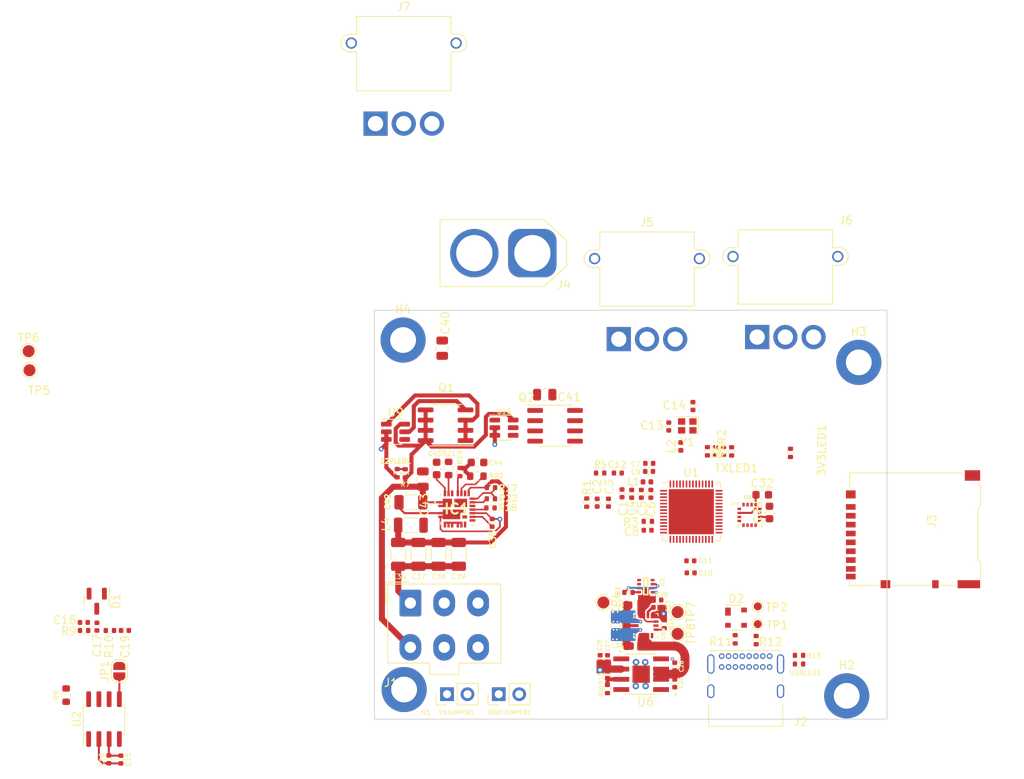
<source format=kicad_pcb>
(kicad_pcb (version 20211014) (generator pcbnew)
  (layers (0 "F.Cu" signal) (1 "In1.Cu" signal) (2 "In2.Cu" signal) (31 "B.Cu" signal) (34 "B.Paste" user) (35 "F.Paste" user) (36 "B.SilkS" user "B.Silkscreen") (37 "F.SilkS" user "F.Silkscreen") (38 "B.Mask" user) (39 "F.Mask" user) (44 "Edge.Cuts" user))
  (net 0 "")
  (net 1 "GND")
  (net 2 "Net-(3V3LED1-Pad2)")
  (net 3 "Net-(12VLED1-Pad2)")
  (net 4 "/BOOT")
  (net 5 "+3V3")
  (net 6 "/CHIP_PU")
  (net 7 "Net-(C6-Pad1)")
  (net 8 "Net-(C12-Pad1)")
  (net 9 "Net-(C12-Pad2)")
  (net 10 "Net-(C13-Pad1)")
  (net 11 "Net-(C14-Pad1)")
  (net 12 "Net-(C17-Pad1)")
  (net 13 "/CAN+")
  (net 14 "/CAN-")
  (net 15 "VBUS")
  (net 16 "/Data-")
  (net 17 "/Data+")
  (net 18 "RBUS_uC_V")
  (net 19 "+12V")
  (net 20 "Net-(J2-PadA5)")
  (net 22 "Net-(J2-PadB5)")
  (net 24 "/CAN-BUS/Vref")
  (net 25 "Net-(L2-Pad1)")
  (net 26 "Net-(R2-Pad2)")
  (net 27 "/TXD")
  (net 28 "Net-(R6-Pad2)")
  (net 29 "Net-(R8-Pad1)")
  (net 30 "Net-(R13-Pad2)")
  (net 58 "Net-(C29-Pad1)")
  (net 59 "/comps/VDRV")
  (net 60 "/SERVO_PWR")
  (net 61 "GNDA")
  (net 62 "Net-(C44-Pad1)")
  (net 63 "Net-(C45-Pad1)")
  (net 70 "/CAN_TX")
  (net 71 "/CAN_RX")
  (net 72 "Net-(C45-Pad2)")
  (net 74 "/comps/SW")
  (net 77 "/comps/FB1")
  (net 78 "/Power/BBIN")
  (net 79 "/Power/BIAS")
  (net 80 "/Power/BBOUT")
  (net 81 "/Power/LX1")
  (net 82 "/Power/LX2")
  (net 83 "/Power/SEL")
  (net 84 "/Power/FBIn")
  (net 85 "/comps/EN")
  (net 86 "/comps/MODE2_1")
  (net 87 "/comps/MODE1_1")
  (net 88 "Net-(IC1-Pad23)")
  (net 93 "/SD_CS")
  (net 94 "/SPI_MOSI")
  (net 95 "/SPI_CLK")
  (net 96 "/SPI_MISO")
  (net 98 "Net-(J4-Pad1)")
  (net 99 "/SERVO_SGNL1")
  (net 100 "/SERVO_SGNL2")
  (net 101 "/SERVO_SGNL3")
  (net 102 "/comps/RBUS_16V")
  (net 103 "Net-(Q1-Pad4)")
  (net 104 "Net-(Q2-Pad4)")
  (net 105 "/comps/PGOOD")
  (net 106 "/IMU_CS")
  (net 107 "/MAG_CS")
  (net 108 "Net-(R23-Pad2)")
  (footprint "Capacitor_SMD:C_0402_1005Metric" (layer "F.Cu") (at 133.52 87.75 -90)
    (fp_text reference "C13")
    (fp_text value "C")
  )
  (footprint "TestPoint:TestPoint_Pad_D1.5mm" (layer "F.Cu") (at 54.21 80.77)
    (fp_text reference "TP5")
    (fp_text value "TestPoint")
  )
  (footprint "Capacitor_SMD:C_0402_1005Metric" (layer "F.Cu") (at 130.9 100.63 180)
    (fp_text reference "C8")
    (fp_text value "0.1uF")
  )
  (footprint "Inductor_SMD:L_0402_1005Metric" (layer "F.Cu") (at 130.815 94.63)
    (fp_text reference "L1")
    (fp_text value "2.0nH")
  )
  (footprint "Capacitor_SMD:C_0402_1005Metric" (layer "F.Cu") (at 111.61 99.71 90)
    (fp_text reference "C35")
    (fp_text value "4.7uF")
  )
  (footprint "Inductor_SMD:L_1206_3216Metric" (layer "F.Cu") (at 101.525 100.01 180)
    (fp_text reference "L4")
    (fp_text value "1.5uH")
  )
  (footprint "Resistor_SMD:R_0402_1005Metric" (layer "F.Cu") (at 125.01 93.53)
    (fp_text reference "R5")
    (fp_text value "47.5")
  )
  (footprint "Capacitor_SMD:C_0805_2012Metric" (layer "F.Cu") (at 103.01 94.28 90)
    (fp_text reference "C43")
    (fp_text value "100nF")
  )
  (footprint "Capacitor_SMD:C_0603_1608Metric" (layer "F.Cu") (at 109.79 92.22)
    (fp_text reference "C44")
    (fp_text value "1uF")
  )
  (footprint "iclr:PQFN50P300X300X100-16N" (layer "F.Cu") (at 143.5465 98.73)
    (fp_text reference "U8")
    (fp_text value "MMC5983MA")
  )
  (footprint "Capacitor_SMD:C_0603_1608Metric" (layer "F.Cu") (at 145.12 96.23)
    (fp_text reference "C32")
    (fp_text value "1uF")
  )
  (footprint "Capacitor_SMD:C_1206_3216Metric" (layer "F.Cu") (at 99.96 103.625 -90)
    (fp_text reference "C36")
    (fp_text value "47uF")
  )
  (footprint "Resistor_SMD:R_0603_1608Metric" (layer "F.Cu") (at 109.715 93.92)
    (fp_text reference "R20")
    (fp_text value "499k")
  )
  (footprint "iclr:SIC437DEDT1GE3" (layer "F.Cu") (at 107.222 97.991)
    (fp_text reference "IC1")
    (fp_text value "SIC437DED-T1-GE3" hide)
  )
  (footprint "Jumper:SolderJumper-2_P1.3mm_Open_RoundedPad1.0x1.5mm" (layer "F.Cu") (at 65.35 118.13 90)
    (fp_text reference "JP1")
    (fp_text value "TermJP")
  )
  (footprint "iclr:CONV_MAX77827AEFD+T" (layer "F.Cu") (at 130.695 112.477926 180)
    (fp_text reference "U5")
    (fp_text value "MAX77827AEFD+T")
  )
  (footprint "Capacitor_SMD:C_0402_1005Metric" (layer "F.Cu") (at 131.1 92.33 180)
    (fp_text reference "C7")
    (fp_text value "1uF")
  )
  (footprint "Resistor_SMD:R_0402_1005Metric" (layer "F.Cu") (at 123.34 97.2 -90)
    (fp_text reference "R1")
    (fp_text value "10K")
  )
  (footprint "Capacitor_SMD:C_0805_2012Metric" (layer "F.Cu") (at 105.41 78.03 90)
    (fp_text reference "C40")
    (fp_text value "106uF")
  )
  (footprint "iclr:SOIC127P599X175-9N" (layer "F.Cu") (at 130.096186 118.504508 180)
    (fp_text reference "U6")
    (fp_text value "SC4215")
  )
  (footprint "Package_SO:SOIC-8_3.9x4.9mm_P1.27mm" (layer "F.Cu") (at 105.83 87.595 180)
    (fp_text reference "Q1")
    (fp_text value "SI4143DY-T1-GE3")
  )
  (footprint "Capacitor_SMD:C_0402_1005Metric" (layer "F.Cu") (at 131.3 96.11 -90)
    (fp_text reference "C6")
    (fp_text value "0.1uF")
  )
  (footprint "Resistor_SMD:R_0402_1005Metric" (layer "F.Cu") (at 100.83 93.57 90)
    (fp_text reference "R7")
    (fp_text value "3k")
  )
  (footprint "TestPoint:TestPoint_Pad_D1.0mm" (layer "F.Cu") (at 144.565 110.085)
    (fp_text reference "TP2")
    (fp_text value "TestPoint")
  )
  (footprint "Resistor_SMD:R_0402_1005Metric" (layer "F.Cu") (at 140.32 90.82 -90)
    (fp_text reference "R2")
    (fp_text value "470")
  )
  (footprint "Package_TO_SOT_SMD:SOT-23" (layer "F.Cu") (at 62.55 109.4425 -90)
    (fp_text reference "D1")
    (fp_text value "SM712_SOT23")
  )
  (footprint "Capacitor_SMD:C_1206_3216Metric" (layer "F.Cu") (at 101.525 97.16 180)
    (fp_text reference "C42")
    (fp_text value "22uF")
  )
  (footprint "Resistor_SMD:R_0402_1005Metric" (layer "F.Cu") (at 125.915 118.482285 -90)
    (fp_text reference "R15")
    (fp_text value "56k")
  )
  (footprint "MountingHole:MountingHole_3.2mm_M3_DIN965_Pad" (layer "F.Cu") (at 100.56 77.02)
    (fp_text reference "H4")
    (fp_text value "MountingHole_Pad")
  )
  (footprint "TestPoint:TestPoint_Pad_D1.5mm" (layer "F.Cu") (at 54.1 78.4)
    (fp_text reference "TP6")
    (fp_text value "TestPoint")
  )
  (footprint "Resistor_SMD:R_0402_1005Metric" (layer "F.Cu") (at 149.685 116.165)
    (fp_text reference "R13")
    (fp_text value "470")
  )
  (footprint "Resistor_SMD:R_0402_1005Metric" (layer "F.Cu") (at 128.523 108.355)
    (fp_text reference "R23")
    (fp_text value "10k")
  )
  (footprint "Capacitor_SMD:C_0402_1005Metric" (layer "F.Cu") (at 126.04 97.21 90)
    (fp_text reference "C3")
    (fp_text value "0.1uF")
  )
  (footprint "Package_TO_SOT_SMD:SOT-143" (layer "F.Cu") (at 141.865 111.485)
    (fp_text reference "D2")
    (fp_text value "SP0503BAHT")
  )
  (footprint "Connector_AMASS:AMASS_MR30PW-M_1x03_P3.50mm_Horizontal" (layer "F.Cu") (at 127.32 76.91)
    (fp_text reference "J5")
    (fp_text value "Conn_01x03_Male")
  )
  (footprint "TestPoint:TestPoint_Pad_D1.0mm" (layer "F.Cu") (at 144.565 112.285)
    (fp_text reference "TP1")
    (fp_text value "TestPoint")
  )
  (footprint "Resistor_SMD:R_0402_1005Metric" (layer "F.Cu") (at 138.32 90.83 -90)
    (fp_text reference "R6")
    (fp_text value "499")
  )
  (footprint "Capacitor_SMD:C_0402_1005Metric" (layer "F.Cu") (at 125.925 116.635 -90)
    (fp_text reference "C27")
    (fp_text value "10uF")
  )
  (footprint "MountingHole:MountingHole_3.2mm_M3_DIN965_Pad" (layer "F.Cu") (at 100.69 120.41)
    (fp_text reference "H1")
    (fp_text value "MountingHole_Pad")
  )
  (footprint "Capacitor_SMD:C_0805_2012Metric" (layer "F.Cu") (at 118.13 83.795 180)
    (fp_text reference "C41")
    (fp_text value "106uF")
  )
  (footprint "Package_SO:SOIC-8_3.9x4.9mm_P1.27mm" (layer "F.Cu") (at 63.45 124.08 90)
    (fp_text reference "U2")
    (fp_text value "SN65HVD230")
  )
  (footprint "Capacitor_SMD:C_0402_1005Metric" (layer "F.Cu") (at 60.95 112.08 180)
    (fp_text reference "C18")
    (fp_text value "220pF")
  )
  (footprint "Resistor_SMD:R_0402_1005Metric" (layer "F.Cu") (at 149.685 117.235)
    (fp_text reference "USBLED1")
    (fp_text value "USB_LED")
  )
  (footprint "Resistor_SMD:R_0402_1005Metric" (layer "F.Cu") (at 144.365 114.275 -90)
    (fp_text reference "R12")
    (fp_text value "5.1k")
  )
  (footprint "Resistor_SMD:R_0402_1005Metric" (layer "F.Cu") (at 130.92 99.53)
    (fp_text reference "R3")
    (fp_text value "10K")
  )
  (footprint "Resistor_SMD:R_0402_1005Metric" (layer "F.Cu") (at 148.62 91.03 -90)
    (fp_text reference "3V3LED1")
    (fp_text value "3V3LED")
  )
  (footprint "Capacitor_SMD:C_0402_1005Metric" (layer "F.Cu") (at 136.24 105.93)
    (fp_text reference "C10")
    (fp_text value "0.1uF")
  )
  (footprint "Capacitor_SMD:C_0402_1005Metric" (layer "F.Cu") (at 136.52 85.21 90)
    (fp_text reference "C14")
    (fp_text value "C")
  )
  (footprint "Capacitor_SMD:C_0402_1005Metric" (layer "F.Cu") (at 128.92 96.11 -90)
    (fp_text reference "C4")
    (fp_text value "1uF")
  )
  (footprint "Capacitor_SMD:C_0402_1005Metric" (layer "F.Cu") (at 131.08 93.33 180)
    (fp_text reference "C9")
    (fp_text value "10nF")
  )
  (footprint "Capacitor_SMD:C_0402_1005Metric" (layer "F.Cu") (at 64.05 129.08 -90)
    (fp_text reference "C16")
    (fp_text value "10uF")
  )
  (footprint "Capacitor_SMD:C_0402_1005Metric" (layer "F.Cu") (at 65.55 129.1 -90)
    (fp_text reference "C15")
    (fp_text value "100nF")
  )
  (footprint "Capacitor_SMD:C_0603_1608Metric" (layer "F.Cu") (at 129.327144 109.939377 180)
    (fp_text reference "C22")
    (fp_text value "10uF")
  )
  (footprint "Capacitor_SMD:C_1206_3216Metric" (layer "F.Cu") (at 107.46 103.625 -90)
    (fp_text reference "C39")
    (fp_text value "47uF")
  )
  (footprint "Inductor_SMD:L_0805_2012Metric" (layer "F.Cu") (at 126.947039 112.482566 -90)
    (fp_text reference "L3")
    (fp_text value "1uH")
  )
  (footprint "Resistor_SMD:R_0402_1005Metric" (layer "F.Cu") (at 139.32 90.84 -90)
    (fp_text reference "TXLED1")
    (fp_text value "TX_LED")
  )
  (footprint "Connector_PinHeader_2.54mm:PinHeader_1x02_P2.54mm_Vertical" (layer "F.Cu") (at 112.43 120.99 90)
    (fp_text reference "BOOTJUMPER1")
    (fp_text value "Conn_01x02_Male")
  )
  (footprint "Connector_AMASS:AMASS_XT60-M_1x02_P7.20mm_Vertical" (layer "F.Cu") (at 116.6 66.23 180)
    (fp_text reference "J4")
    (fp_text value "Conn_01x02_Male")
  )
  (footprint "TestPoint:TestPoint_Pad_D1.5mm" (layer "F.Cu") (at 134.615 113.5 -90)
    (fp_text reference "TP8")
    (fp_text value "TestPoint")
  )
  (footprint "Connector_USB:USB_C_Receptacle_GCT_USB4085" (layer "F.Cu") (at 140.09 116.26)
    (fp_text reference "J2")
    (fp_text value "USB_C_Receptacle_USB2.0")
  )
  (footprint "TestPoint:TestPoint_Pad_D1.5mm" (layer "F.Cu") (at 125.415 109.6 -90)
    (fp_text reference "TP4")
    (fp_text value "TestPoint")
  )
  (footprint "Resistor_SMD:R_0402_1005Metric" (layer "F.Cu") (at 132.965 112.295 90)
    (fp_text reference "R14")
    (fp_text value "14k")
  )
  (footprint "Resistor_SMD:R_0402_1005Metric" (layer "F.Cu") (at 125.915 120.342285 -90)
    (fp_text reference "R16")
    (fp_text value "10k")
  )
  (footprint "Connector_AMASS:AMASS_MR30PW-M_1x03_P3.50mm_Horizontal" (layer "F.Cu") (at 144.49 76.65)
    (fp_text reference "J6")
    (fp_text value "Conn_01x03_Male")
  )
  (footprint "Resistor_SMD:R_0402_1005Metric" (layer "F.Cu") (at 111.402 97.861 180)
    (fp_text reference "R18")
    (fp_text value "10k")
  )
  (footprint "Capacitor_SMD:C_0402_1005Metric" (layer "F.Cu") (at 130.12 96.11 -90)
    (fp_text reference "C5")
    (fp_text value "0.1uF")
  )
  (footprint "Capacitor_SMD:C_0603_1608Metric" (layer "F.Cu") (at 104.722 92.966 90)
    (fp_text reference "C45")
    (fp_text value "0.1uF")
  )
  (footprint "Resistor_SMD:R_0402_1005Metric" (layer "F.Cu") (at 111.46 95.34)
    (fp_text reference "R17")
    (fp_text value "45K")
  )
  (footprint "Capacitor_SMD:C_0402_1005Metric" (layer "F.Cu") (at 62.57 112.6 90)
    (fp_text reference "C17")
    (fp_text value "0.1uF")
  )
  (footprint "Capacitor_SMD:C_0402_1005Metric" (layer "F.Cu") (at 127.2 93.53)
    (fp_text reference "C12")
    (fp_text value "4.2pF")
  )
  (footprint "MountingHole:MountingHole_3.2mm_M3_DIN965_Pad" (layer "F.Cu") (at 155.6 121.19)
    (fp_text reference "H2")
    (fp_text value "MountingHole_Pad")
  )
  (footprint "Resistor_SMD:R_0402_1005Metric" (layer "F.Cu") (at 141.32 90.84 90)
    (fp_text reference "R4")
    (fp_text value "470")
  )
  (footprint "Capacitor_SMD:C_1206_3216Metric" (layer "F.Cu") (at 102.46 103.625 -90)
    (fp_text reference "C37")
    (fp_text value "47uF")
  )
  (footprint "iclr:SOTFL50P160X60-8N" (layer "F.Cu") (at 130.673 107.575 180)
    (fp_text reference "U3")
    (fp_text value "LM66200DRLR" hide)
  )
  (footprint "Connector_Card:microSD_HC_Hirose_DM3AT-SF-PEJM5" (layer "F.Cu") (at 163.83 100.51 90)
    (fp_text reference "J3")
    (fp_text value "Micro_SD_Card_Det")
  )
  (footprint "Capacitor_SMD:C_0603_1608Metric" (layer "F.Cu") (at 129.515 115.01 180)
    (fp_text reference "C24")
    (fp_text value "22uF")
  )
  (footprint "Capacitor_SMD:C_0402_1005Metric" (layer "F.Cu") (at 136.2 104.43)
    (fp_text reference "C11")
    (fp_text value "0.1uF")
  )
  (footprint "Package_TO_SOT_SMD:TSOT-23-6" (layer "F.Cu") (at 99.6175 88.41)
    (fp_text reference "U9")
    (fp_text value "LTC4412xS6")
  )
  (footprint "Capacitor_SMD:C_0402_1005Metric" (layer "F.Cu") (at 134.265 117.555 90)
    (fp_text reference "C26")
    (fp_text value "4.7uF")
  )
  (footprint "Package_SO:SOIC-8_3.9x4.9mm_P1.27mm" (layer "F.Cu") (at 119.415 87.665)
    (fp_text reference "Q2")
    (fp_text value "SI4143DY-T1-GE3")
  )
  (footprint "Capacitor_SMD:C_0402_1005Metric" (layer "F.Cu") (at 134.261186 119.634508 -90)
    (fp_text reference "C25")
    (fp_text value "10uF")
  )
  (footprint "Inductor_SMD:L_0402_1005Metric" (layer "F.Cu") (at 135.02 90.23 90)
    (fp_text reference "L2")
    (fp_text value "20nH")
  )
  (footprint "TestPoint:TestPoint_Pad_D1.5mm" (layer "F.Cu") (at 134.615 110.8 -90)
    (fp_text reference "TP7")
    (fp_text value "TestPoint")
  )
  (footprint "MountingHole:MountingHole_3.2mm_M3_DIN965_Pad" (layer "F.Cu") (at 157.1 79.79)
    (fp_text reference "H3")
    (fp_text value "MountingHole_Pad")
  )
  (footprint "Capacitor_SMD:C_0402_1005Metric" (layer "F.Cu") (at 66.05 113.08 180)
    (fp_text reference "C19")
    (fp_text value "220pF")
  )
  (footprint "Capacitor_SMD:C_0402_1005Metric" (layer "F.Cu") (at 132.105 110.215)
    (fp_text reference "C23")
    (fp_text value "1uF")
  )
  (footprint "Package_DFN_QFN:QFN-56-1EP_7x7mm_P0.4mm_EP5.6x5.6mm" (layer "F.Cu") (at 136.32 98.33)
    (fp_text reference "U1")
    (fp_text value "ESP32-S3")
  )
  (footprint "Connector_PinHeader_2.54mm:PinHeader_1x02_P2.54mm_Vertical" (layer "F.Cu") (at 106.01 120.99 90)
    (fp_text reference "ENJUMPER1")
    (fp_text value "Conn_01x02_Male")
  )
  (footprint "Resistor_SMD:R_0402_1005Metric" (layer "F.Cu") (at 99.83 93.55 90)
    (fp_text reference "12VLED1")
    (fp_text value "12V_LED")
  )
  (footprint "Resistor_SMD:R_0402_1005Metric" (layer "F.Cu") (at 60.98 113.08)
    (fp_text reference "R9")
    (fp_text value "60")
  )
  (footprint "Package_TO_SOT_SMD:TSOT-23-6" (layer "F.Cu") (at 113.08 87.9)
    (fp_text reference "U10")
    (fp_text value "LTC4412xS6")
  )
  (footprint "Resistor_SMD:R_0402_1005Metric" (layer "F.Cu") (at 141.765 114.175 90)
    (fp_text reference "R11")
    (fp_text value "5.1k")
  )
  (footprint "Capacitor_SMD:C_0402_1005Metric" (layer "F.Cu") (at 124.64 97.21 90)
    (fp_text reference "C2")
    (fp_text value "1uF")
  )
  (footprint "Resistor_SMD:R_0402_1005Metric" (layer "F.Cu") (at 111.45 96.73 180)
    (fp_text reference "R22")
    (fp_text value "10k")
  )
  (footprint "Capacitor_SMD:C_0402_1005Metric" (layer "F.Cu") (at 132.105 109.295)
    (fp_text reference "C20")
    (fp_text value "10uF")
  )
  (footprint "Resistor_SMD:R_0402_1005Metric" (layer "F.Cu") (at 107.61 93.405 90)
    (fp_text reference "R19")
    (fp_text value "100k")
  )
  (footprint "Resistor_SMD:R_0603_1608Metric" (layer "F.Cu") (at 106.21 92.965 90)
    (fp_text reference "R21")
    (fp_text value "2.2")
  )
  (footprint "Capacitor_SMD:C_0603_1608Metric" (layer "F.Cu") (at 146.02 98.43 90)
    (fp_text reference "C29")
    (fp_text value "10uF")
  )
  (footprint "Resistor_SMD:R_0402_1005Metric" (layer "F.Cu") (at 64.18 113.08)
    (fp_text reference "R10")
    (fp_text value "60")
  )
  (footprint "Capacitor_SMD:C_1206_3216Metric" (layer "F.Cu") (at 104.96 103.625 -90)
    (fp_text reference "C38")
    (fp_text value "47uF")
  )
  (footprint "Crystal:Crystal_SMD_2016-4Pin_2.0x1.6mm" (layer "F.Cu") (at 135.82 87.68 180)
    (fp_text reference "Y1")
    (fp_text value "40MHz±10ppm")
  )
  (footprint "Capacitor_SMD:C_0402_1005Metric" (layer "F.Cu") (at 127.72 96.05 -90)
    (fp_text reference "C1")
    (fp_text value "10uF")
  )
  (footprint "Connector_Molex:Molex_Mini-Fit_Jr_5566-06A_2x03_P4.20mm_Vertical" (layer "F.Cu") (at 101.46 109.67)
    (fp_text reference "J1")
    (fp_text value "RBUS")
  )
  (footprint "Connector_AMASS:AMASS_MR30PW-M_1x03_P3.50mm_Horizontal" (layer "F.Cu") (at 97.14 50.15)
    (fp_text reference "J7")
    (fp_text value "Conn_01x03_Male")
  )
  (footprint "Capacitor_SMD:C_0402_1005Metric" (layer "F.Cu") (at 125.005 116.635 -90)
    (fp_text reference "C28")
    (fp_text value "0.1uF")
  )
  (footprint "Resistor_SMD:R_0603_1608Metric" (layer "F.Cu") (at 58.75 121.1 -90)
    (fp_text reference "R8")
    (fp_text value "0")
  )
  (gr_rect (start 97 73.32) (end 160.6 124.09) (layer "Edge.Cuts") (width 0.1) (fill none))
  (segment (start 98.48 89.36) (end 98.48 89.91) (width 0.5) (layer "F.Cu") (net 1))
  (segment (start 100.05 97.16) (end 100.22 96.99) (width 0.25) (layer "F.Cu") (net 1))
  (segment (start 63.31 129.56) (end 64.05 129.56) (width 0.25) (layer "F.Cu") (net 1))
  (segment (start 98.48 88.41) (end 98.48 89.91) (width 0.5) (layer "F.Cu") (net 1))
  (segment (start 100.735 98.515) (end 100.05 97.83) (width 0.25) (layer "F.Cu") (net 1))
  (segment (start 105.198 98.515) (end 100.735 98.515) (width 0.25) (layer "F.Cu") (net 1))
  (segment (start 111.9425 88.85) (end 111.9425 87.9) (width 0.5) (layer "F.Cu") (net 1))
  (segment (start 99.83 94.06) (end 99.702685 94.06) (width 0.5) (layer "F.Cu") (net 1))
  (segment (start 65.55 129.58) (end 64.07 129.58) (width 0.25) (layer "F.Cu") (net 1))
  (segment (start 98.48 89.91) (end 97.84 90.55) (width 0.5) (layer "F.Cu") (net 1))
  (segment (start 111.9425 89.9775) (end 111.94 89.98) (width 0.5) (layer "F.Cu") (net 1))
  (segment (start 129.59561 112.475705) (end 128.463835 112.475705) (width 0.36) (layer "F.Cu") (net 1))
  (segment (start 62.815 129.065) (end 63.31 129.56) (width 0.25) (layer "F.Cu") (net 1))
  (segment (start 100.05 97.83) (end 100.05 97.16) (width 0.25) (layer "F.Cu") (net 1))
  (segment (start 112.54 99.23) (end 112.57 99.26) (width 0.2) (layer "F.Cu") (net 1))
  (segment (start 99.96 108.17) (end 101.46 109.67) (width 0.75) (layer "F.Cu") (net 1))
  (segment (start 64.07 129.58) (end 64.05 129.56) (width 0.25) (layer "F.Cu") (net 1))
  (segment (start 111.99 100.77) (end 112.57 100.19) (width 0.2) (layer "F.Cu") (net 1))
  (segment (start 99.96 105.1) (end 107.46 105.1) (width 0.75) (layer "F.Cu") (net 1))
  (segment (start 105.478 100.77) (end 111.99 100.77) (width 0.2) (layer "F.Cu") (net 1))
  (segment (start 112.57 100.19) (end 112.57 99.26) (width 0.2) (layer "F.Cu") (net 1))
  (segment (start 111.61 99.23) (end 112.54 99.23) (width 0.2) (layer "F.Cu") (net 1))
  (segment (start 98.48 89.36) (end 98.48 88.41) (width 0.5) (layer "F.Cu") (net 1))
  (segment (start 111.9425 88.85) (end 111.9425 89.9775) (width 0.5) (layer "F.Cu") (net 1))
  (segment (start 105.198 98.965) (end 105.198 100.49) (width 0.2) (layer "F.Cu") (net 1))
  (segment (start 128.463225 112.477926) (end 128.455 112.469701) (width 0.25) (layer "F.Cu") (net 1))
  (segment (start 99.96 105.1) (end 99.96 108.17) (width 0.75) (layer "F.Cu") (net 1))
  (segment (start 98.48 92.837315) (end 98.48 89.36) (width 0.5) (layer "F.Cu") (net 1))
  (segment (start 110.895 98.515) (end 111.61 99.23) (width 0.2) (layer "F.Cu") (net 1))
  (segment (start 128.274 115.006) (end 128.291 115.023) (width 1) (layer "F.Cu") (net 1))
  (segment (start 128.274 109.887537) (end 128.274 115.006) (width 1) (layer "F.Cu") (net 1))
  (segment (start 109.16 98.515) (end 110.895 98.515) (width 0.2) (layer "F.Cu") (net 1))
  (segment (start 105.198 100.49) (end 105.478 100.77) (width 0.2) (layer "F.Cu") (net 1))
  (segment (start 99.702685 94.06) (end 98.48 92.837315) (width 0.5) (layer "F.Cu") (net 1))
  (segment (start 107.46 105.1) (end 107.58 105.1) (width 0.75) (layer "F.Cu") (net 1))
  (segment (start 62.815 126.555) (end 62.815 129.065) (width 0.25) (layer "F.Cu") (net 1))
  (segment (start 131.511 108.325) (end 131.955 108.325) (width 0.25) (layer "F.Cu") (net 1))
  (via (at 132.876 110.987) (size 0.6) (drill 0.3) (layers "F.Cu" "B.Cu") (net 1))
  (via (at 129.461186 117.014508) (size 0.8) (drill 0.4) (layers "F.Cu" "B.Cu") (net 1))
  (via (at 133.955 116.615) (size 0.4) (drill 0.2) (layers "F.Cu" "B.Cu") (net 1))
  (via (at 130.601186 117.014508) (size 0.8) (drill 0.4) (layers "F.Cu" "B.Cu") (net 1))
  (via (at 97.84 90.55) (size 0.6) (drill 0.3) (layers "F.Cu" "B.Cu") (net 1))
  (via (at 130.651186 119.974508) (size 0.8) (drill 0.4) (layers "F.Cu" "B.Cu") (net 1))
  (via (at 129.461186 117.014508) (size 0.8) (drill 0.4) (layers "F.Cu" "B.Cu") (net 1))
  (via (at 112.57 99.26) (size 0.6) (drill 0.3) (layers "F.Cu" "B.Cu") (net 1))
  (via (at 129.431186 119.974508) (size 0.8) (drill 0.4) (layers "F.Cu" "B.Cu") (net 1))
  (via (at 111.94 89.98) (size 0.6) (drill 0.3) (layers "F.Cu" "B.Cu") (net 1))
  (via (at 131.955 108.325) (size 0.4) (drill 0.2) (layers "F.Cu" "B.Cu") (net 1))
  (segment (start 99.83 93.04) (end 100.81 93.04) (width 0.25) (layer "F.Cu") (net 3))
  (segment (start 100.81 93.04) (end 100.83 93.06) (width 0.25) (layer "F.Cu") (net 3))
  (segment (start 64.05 126.59) (end 64.085 126.555) (width 0.25) (layer "F.Cu") (net 5))
  (segment (start 143.7965 98.48) (end 144.2715 98.005) (width 0.25) (layer "F.Cu") (net 5))
  (segment (start 64.07 128.62) (end 64.05 128.6) (width 0.25) (layer "F.Cu") (net 5))
  (segment (start 144.2715 97.48) (end 144.2965 97.455) (width 0.25) (layer "F.Cu") (net 5))
  (segment (start 127.626186 117.869508) (end 126.017777 117.869508) (width 0.9) (layer "F.Cu") (net 5))
  (segment (start 142.2715 98.48) (end 143.7965 98.48) (width 0.25) (layer "F.Cu") (net 5))
  (segment (start 144.2965 96.2785) (end 144.345 96.23) (width 0.25) (layer "F.Cu") (net 5))
  (segment (start 65.55 128.62) (end 64.07 128.62) (width 0.25) (layer "F.Cu") (net 5))
  (segment (start 144.2715 98.005) (end 144.2715 97.48) (width 0.25) (layer "F.Cu") (net 5))
  (segment (start 144.2965 97.455) (end 144.2965 96.2785) (width 0.25) (layer "F.Cu") (net 5))
  (segment (start 64.05 128.6) (end 64.05 126.59) (width 0.25) (layer "F.Cu") (net 5))
  (via (at 124.99 118) (size 0.8) (drill 0.4) (layers "F.Cu" "B.Cu") (net 5))
  (segment (start 128.525 107.843) (end 128.013 108.355) (width 0.25) (layer "F.Cu") (net 15))
  (segment (start 128.525 107.785) (end 128.525 107.843) (width 0.25) (layer "F.Cu") (net 15))
  (segment (start 131.511 107.325) (end 131.898083 107.325) (width 0.25) (layer "F.Cu") (net 15))
  (segment (start 131.898083 107.325) (end 132.140167 107.567084) (width 0.25) (layer "F.Cu") (net 15))
  (segment (start 128.013 108.355) (end 128.013 108.413) (width 0.25) (layer "F.Cu") (net 15))
  (via (at 132.140167 107.567084) (size 0.4) (drill 0.2) (layers "F.Cu" "B.Cu") (net 15))
  (via (at 128.525 107.785) (size 0.4) (drill 0.2) (layers "F.Cu" "B.Cu") (net 15))
  (segment (start 131.922251 107.785) (end 132.140167 107.567084) (width 0.25) (layer "B.Cu") (net 15))
  (segment (start 128.525 107.785) (end 131.922251 107.785) (width 0.25) (layer "B.Cu") (net 15))
  (segment (start 100.83 94.08) (end 100.83 94.98) (width 0.5) (layer "F.Cu") (net 19))
  (segment (start 103.005 97.165) (end 103 97.16) (width 0.25) (layer "F.Cu") (net 19))
  (segment (start 103.355 89.5) (end 104.105 90.25) (width 0.5) (layer "F.Cu") (net 19))
  (segment (start 103.01 97.15) (end 103 97.16) (width 0.25) (layer "F.Cu") (net 19))
  (segment (start 100.755 87.46) (end 100.193972 87.46) (width 0.5) (layer "F.Cu") (net 19))
  (segment (start 97.93 105.211726) (end 97.95 105.231726) (width 0.75) (layer "F.Cu") (net 19))
  (segment (start 103.355 89.5) (end 103.355 85.69) (width 0.5) (layer "F.Cu") (net 19))
  (segment (start 99.6425 88.011472) (end 99.6425 89.7825) (width 0.5) (layer "F.Cu") (net 19))
  (segment (start 97.93 96.63) (end 97.93 105.211726) (width 0.75) (layer "F.Cu") (net 19))
  (segment (start 102.7325 90.1225) (end 103.355 89.5) (width 0.5) (layer "F.Cu") (net 19))
  (segment (start 99.6425 89.7825) (end 99.9825 90.1225) (width 0.5) (layer "F.Cu") (net 19))
  (segment (start 103.01 95.23) (end 101.08 95.23) (width 0.75) (layer "F.Cu") (net 19))
  (segment (start 101.6 93.437315) (end 101.6 91.255) (width 0.5) (layer "F.Cu") (net 19))
  (segment (start 101.6 91.255) (end 103.355 89.5) (width 0.5) (layer "F.Cu") (net 19))
  (segment (start 113.4675 86.2) (end 114.2175 86.95) (width 0.5) (layer "F.Cu") (net 19))
  (segment (start 100.193972 87.46) (end 99.6425 88.011472) (width 0.5) (layer "F.Cu") (net 19))
  (segment (start 99.9825 90.1225) (end 102.7325 90.1225) (width 0.5) (layer "F.Cu") (net 19))
  (segment (start 103.01 95.23) (end 103.01 97.15) (width 0.75) (layer "F.Cu") (net 19))
  (segment (start 99.33 95.23) (end 97.93 96.63) (width 0.75) (layer "F.Cu") (net 19))
  (segment (start 101.08 95.23) (end 99.33 95.23) (width 0.75) (layer "F.Cu") (net 19))
  (segment (start 100.957315 94.08) (end 101.6 93.437315) (width 0.5) (layer "F.Cu") (net 19))
  (segment (start 103.355 85.69) (end 103.885 85.69) (width 0.5) (layer "F.Cu") (net 19))
  (segment (start 104.105 90.25) (end 109.378528 90.25) (width 0.5) (layer "F.Cu") (net 19))
  (segment (start 109.378528 90.25) (end 110.83 88.798528) (width 0.5) (layer "F.Cu") (net 19))
  (segment (start 105.198 97.165) (end 103.005 97.165) (width 0.25) (layer "F.Cu") (net 19))
  (segment (start 100.83 94.98) (end 101.08 95.23) (width 0.5) (layer "F.Cu") (net 19))
  (segment (start 97.93 111.64) (end 101.46 115.17) (width 0.75) (layer "F.Cu") (net 19))
  (segment (start 100.83 94.08) (end 100.957315 94.08) (width 0.5) (layer "F.Cu") (net 19))
  (segment (start 97.93 105.211726) (end 97.93 111.64) (width 0.75) (layer "F.Cu") (net 19))
  (segment (start 110.83 86.551472) (end 111.181472 86.2) (width 0.5) (layer "F.Cu") (net 19))
  (segment (start 110.83 88.798528) (end 110.83 86.551472) (width 0.5) (layer "F.Cu") (net 19))
  (segment (start 111.181472 86.2) (end 113.4675 86.2) (width 0.5) (layer "F.Cu") (net 19))
  (segment (start 65.355 121.605) (end 65.355 118.785) (width 0.25) (layer "F.Cu") (net 24))
  (segment (start 65.355 118.785) (end 65.35 118.78) (width 0.25) (layer "F.Cu") (net 24))
  (segment (start 145.995 98.98) (end 146.045 99.03) (width 0.25) (layer "F.Cu") (net 58))
  (segment (start 145.795 98.98) (end 146.02 99.205) (width 0.25) (layer "F.Cu") (net 58))
  (segment (start 144.8215 98.98) (end 145.795 98.98) (width 0.25) (layer "F.Cu") (net 58))
  (segment (start 110.385 98.965) (end 111.61 100.19) (width 0.2) (layer "F.Cu") (net 59))
  (segment (start 109.16 98.965) (end 110.385 98.965) (width 0.2) (layer "F.Cu") (net 59))
  (segment (start 111.592685 94.57) (end 112.347315 94.57) (width 0.5) (layer "F.Cu") (net 60))
  (segment (start 113.32 95.542685) (end 113.32 100.217817) (width 0.5) (layer "F.Cu") (net 60))
  (segment (start 111.387817 102.15) (end 107.46 102.15) (width 0.5) (layer "F.Cu") (net 60))
  (segment (start 99.96 101.815) (end 100.31 102.165) (width 0.25) (layer "F.Cu") (net 60))
  (segment (start 112.347315 94.57) (end 113.32 95.542685) (width 0.5) (layer "F.Cu") (net 60))
  (segment (start 108.95 95.34) (end 108.698 95.592) (width 0.2) (layer "F.Cu") (net 60))
  (segment (start 99.935 99.465) (end 99.96 99.49) (width 0.25) (layer "F.Cu") (net 60))
  (segment (start 113.32 100.217817) (end 111.387817 102.15) (width 0.5) (layer "F.Cu") (net 60))
  (segment (start 99.95 100.01) (end 99.95 102.14) (width 0.75) (layer "F.Cu") (net 60))
  (segment (start 110.95 95.34) (end 108.95 95.34) (width 0.2) (layer "F.Cu") (net 60))
  (segment (start 110.95 95.212685) (end 111.592685 94.57) (width 0.5) (layer "F.Cu") (net 60))
  (segment (start 99.96 102.15) (end 107.46 102.15) (width 0.75) (layer "F.Cu") (net 60))
  (segment (start 99.95 102.14) (end 99.96 102.15) (width 0.25) (layer "F.Cu") (net 60))
  (segment (start 108.698 95.592) (end 108.698 96.053) (width 0.2) (layer "F.Cu") (net 60))
  (segment (start 110.95 95.34) (end 110.95 95.212685) (width 0.5) (layer "F.Cu") (net 60))
  (segment (start 110.505 97.165) (end 110.94 96.73) (width 0.2) (layer "F.Cu") (net 61))
  (segment (start 109.16 97.165) (end 110.505 97.165) (width 0.2) (layer "F.Cu") (net 61))
  (segment (start 109.16 98.065) (end 110.688 98.065) (width 0.2) (layer "F.Cu") (net 62))
  (segment (start 108.34 92.895) (end 109.015 92.22) (width 0.5) (layer "F.Cu") (net 62))
  (segment (start 110.688 98.065) (end 110.892 97.861) (width 0.2) (layer "F.Cu") (net 62))
  (segment (start 107.61 92.895) (end 108.34 92.895) (width 0.5) (layer "F.Cu") (net 62))
  (segment (start 107.61 92.895) (end 107.865 92.895) (width 0.5) (layer "F.Cu") (net 62))
  (segment (start 107.865 92.895) (end 108.89 93.92) (width 0.5) (layer "F.Cu") (net 62))
  (segment (start 104.722 93.741) (end 104.722 94.342) (width 0.2) (layer "F.Cu") (net 63))
  (segment (start 104.722 94.342) (end 105.748 95.368) (width 0.2) (layer "F.Cu") (net 63))
  (segment (start 105.748 95.368) (end 105.748 96.053) (width 0.2) (layer "F.Cu") (net 63))
  (segment (start 111.96 96.73) (end 111.96 96.51) (width 0.2) (layer "F.Cu") (net 77))
  (segment (start 109.785 96.715) (end 110.49 96.01) (width 0.2) (layer "F.Cu") (net 77))
  (segment (start 111.97 95.52) (end 111.97 95.34) (width 0.2) (layer "F.Cu") (net 77))
  (segment (start 111.96 96.51) (end 111.47 96.02) (width 0.2) (layer "F.Cu") (net 77))
  (segment (start 111.47 96.02) (end 111.97 95.52) (width 0.2) (layer "F.Cu") (net 77))
  (segment (start 109.16 96.715) (end 109.785 96.715) (width 0.2) (layer "F.Cu") (net 77))
  (segment (start 111.46 96.01) (end 111.47 96.02) (width 0.2) (layer "F.Cu") (net 77))
  (segment (start 110.49 96.01) (end 111.46 96.01) (width 0.2) (layer "F.Cu") (net 77))
  (segment (start 130.655 111.865) (end 130.607132 111.817132) (width 0.2) (layer "F.Cu") (net 78))
  (segment (start 131.511 107.825) (end 129.835 107.825) (width 0.25) (layer "F.Cu") (net 78))
  (segment (start 131.995 111.977926) (end 130.927627 111.977926) (width 0.2) (layer "F.Cu") (net 78))
  (arc (start 130.927627 111.977926) (mid 130.780082 111.948577) (end 130.655 111.865) (width 0.2) (layer "F.Cu") (net 78))
  (arc (start 130.607132 111.817132) (mid 130.450131 111.582163) (end 130.395 111.305) (width 0.2) (layer "F.Cu") (net 78))
  (segment (start 130.936882 110.773118) (end 130.936882 111.259808) (width 0.31) (layer "F.Cu") (net 79))
  (segment (start 131.513118 110.196882) (end 130.936882 110.773118) (width 0.31) (layer "F.Cu") (net 79))
  (segment (start 131.531236 110.215) (end 131.513118 110.196882) (width 0.25) (layer "F.Cu") (net 79))
  (segment (start 131.625 110.215) (end 131.531236 110.215) (width 0.25) (layer "F.Cu") (net 79))
  (segment (start 132.566186 119.139508) (end 132.566186 117.869508) (width 0.25) (layer "F.Cu") (net 80))
  (segment (start 135.54 116.486396) (end 135.54 117.36865) (width 1.1) (layer "F.Cu") (net 80))
  (segment (start 134.40865 118.5) (end 132.115 118.5) (width 1.1) (layer "F.Cu") (net 80))
  (segment (start 130.29 115.01) (end 134.148457 115.01) (width 1.1) (layer "F.Cu") (net 80))
  (arc (start 135.09 115.4) (mid 135.423049 115.898442) (end 135.54 116.486396) (width 1.1) (layer "F.Cu") (net 80))
  (arc (start 135.54 117.36865) (mid 135.208635 118.168635) (end 134.40865 118.5) (width 1.1) (layer "F.Cu") (net 80))
  (arc (start 134.148457 115.01) (mid 134.658016 115.111358) (end 135.09 115.4) (width 1.1) (layer "F.Cu") (net 80))
  (via (at 127.15 111.979) (size 0.4) (drill 0.2) (layers "F.Cu" "B.Cu") (net 81))
  (via (at 127.179 110.783) (size 0.4) (drill 0.2) (layers "F.Cu" "B.Cu") (net 81))
  (via (at 129.183 111.448) (size 0.4) (drill 0.2) (layers "F.Cu" "B.Cu") (net 81))
  (via (at 129.184404 111.047475) (size 0.4) (drill 0.2) (layers "F.Cu" "B.Cu") (net 81))
  (via (at 126.684 110.782) (size 0.4) (drill 0.2) (layers "F.Cu" "B.Cu") (net 81))
  (via (at 129.999722 111.961814) (size 0.4) (drill 0.2) (layers "F.Cu" "B.Cu") (net 81))
  (via (at 126.652 111.981) (size 0.4) (drill 0.2) (layers "F.Cu" "B.Cu") (net 81))
  (via (at 129.183 113.913) (size 0.4) (drill 0.2) (layers "F.Cu" "B.Cu") (net 82))
  (via (at 129.185 113.515) (size 0.4) (drill 0.2) (layers "F.Cu" "B.Cu") (net 82))
  (via (at 126.669 112.989) (size 0.4) (drill 0.2) (layers "F.Cu" "B.Cu") (net 82))
  (via (at 127.099 112.988) (size 0.4) (drill 0.2) (layers "F.Cu" "B.Cu") (net 82))
  (via (at 126.605 114.182566) (size 0.4) (drill 0.2) (layers "F.Cu" "B.Cu") (net 82))
  (via (at 127.078 114.182) (size 0.4) (drill 0.2) (layers "F.Cu" "B.Cu") (net 82))
  (via (at 129.991483 112.994778) (size 0.4) (drill 0.2) (layers "F.Cu" "B.Cu") (net 82))
  (segment (start 131.995 112.977926) (end 132.54752 112.977926) (width 0.2) (layer "F.Cu") (net 83))
  (arc (start 132.54752 112.977926) (mid 132.773459 112.932984) (end 132.965 112.805) (width 0.2) (layer "F.Cu") (net 83))
  (segment (start 125.915 118.992285) (end 125.915 119.832285) (width 0.5) (layer "F.Cu") (net 84))
  (segment (start 127.626186 119.139508) (end 126.062223 119.139508) (width 0.5) (layer "F.Cu") (net 84))
  (segment (start 126.062223 119.139508) (end 125.915 118.992285) (width 0.25) (layer "F.Cu") (net 84))
  (segment (start 109.52 94.94) (end 108.318 94.94) (width 0.2) (layer "F.Cu") (net 86))
  (segment (start 108.318 94.94) (end 107.798 95.46) (width 0.2) (layer "F.Cu") (net 86))
  (segment (start 107.798 95.46) (end 107.798 96.053) (width 0.2) (layer "F.Cu") (net 86))
  (segment (start 110.54 93.92) (end 109.52 94.94) (width 0.2) (layer "F.Cu") (net 86))
  (segment (start 107.61 93.915) (end 107.348 94.177) (width 0.2) (layer "F.Cu") (net 87))
  (segment (start 107.348 94.177) (end 107.348 95.69) (width 0.2) (layer "F.Cu") (net 87))
  (segment (start 106.21 93.79) (end 106.198 93.802) (width 0.2) (layer "F.Cu") (net 88))
  (segment (start 106.198 93.802) (end 106.198 95.69) (width 0.2) (layer "F.Cu") (net 88))
  (segment (start 109.21 86.96) (end 108.305 86.96) (width 0.5) (layer "F.Cu") (net 102))
  (segment (start 98.48 87.46) (end 102.04 83.9) (width 0.5) (layer "F.Cu") (net 102))
  (segment (start 102.04 83.9) (end 108.755 83.9) (width 0.5) (layer "F.Cu") (net 102))
  (segment (start 107.928249 86.96) (end 108.305 86.96) (width 0.25) (layer "F.Cu") (net 102))
  (segment (start 108.305 86.96) (end 108.305 89.5) (width 0.5) (layer "F.Cu") (net 102))
  (segment (start 109.78 84.925) (end 109.78 86.39) (width 0.5) (layer "F.Cu") (net 102))
  (segment (start 108.755 83.9) (end 109.78 84.925) (width 0.5) (layer "F.Cu") (net 102))
  (segment (start 109.78 86.39) (end 109.21 86.96) (width 0.5) (layer "F.Cu") (net 102))
  (segment (start 101.89 87.871472) (end 101.89 85.22) (width 0.5) (layer "F.Cu") (net 103))
  (segment (start 101.351472 88.41) (end 101.89 87.871472) (width 0.5) (layer "F.Cu") (net 103))
  (segment (start 101.89 85.22) (end 102.51 84.6) (width 0.5) (layer "F.Cu") (net 103))
  (segment (start 102.51 84.6) (end 107.215 84.6) (width 0.5) (layer "F.Cu") (net 103))
  (segment (start 100.755 88.41) (end 101.351472 88.41) (width 0.5) (layer "F.Cu") (net 103))
  (segment (start 107.215 84.6) (end 108.305 85.69) (width 0.5) (layer "F.Cu") (net 103))
  (segment (start 129.063 108.325) (end 129.033 108.355) (width 0.25) (layer "F.Cu") (net 108))
  (segment (start 129.835 108.325) (end 129.063 108.325) (width 0.25) (layer "F.Cu") (net 108))
  (zone (net 81) (net_name "/Power/LX1") (layer "F.Cu") (connect_pads (clearance 0)) (min_thickness 0.254) (fill yes (thermal_gap 0.508) (thermal_bridge_width 0.508) (smoothing fillet) (radius 0.1))
    (polygon (pts (xy 126.349 112.18) (xy 126.349 110.576) (xy 127.549 110.576) (xy 127.549 112.18)))
  )
  (zone (net 0) (net_name "") (layer "F.Cu") (name "gnda connection override") (connect_pads yes (clearance 0)) (min_thickness 0.254)
    (keepout (tracks not_allowed) (vias not_allowed) (pads not_allowed) (copperpour not_allowed) (footprints allowed))
    (fill (thermal_gap 0.508) (thermal_bridge_width 0.508) (island_removal_mode 2) (island_area_min 0))
    (polygon (pts (xy 133.545192 109.904734) (xy 131.384875 109.904733) (xy 131.384875 109.654733) (xy 133.545192 109.654734)))
  )
  (zone (net 1) (net_name "GND") (layer "F.Cu") (priority 5) (connect_pads yes (clearance 0.2)) (min_thickness 0.254) (fill yes (thermal_gap 0.508) (thermal_bridge_width 0.508) (smoothing fillet) (radius 0.1) (island_removal_mode 2) (island_area_min 0))
    (polygon (pts (xy 132.715 112.065) (xy 132.335 111.565) (xy 131.275 111.565) (xy 131.2875 110.9375) (xy 131.79 110.55) (xy 131.785 109.905) (xy 133.295 109.905) (xy 133.295 112.065)))
  )
  (zone (net 82) (net_name "/Power/LX2") (layer "F.Cu") (connect_pads yes (clearance 0)) (min_thickness 0.254) (fill yes (thermal_gap 0.508) (thermal_bridge_width 0.508) (smoothing fillet) (radius 0.1))
    (polygon (pts (xy 129.97766 113.214811) (xy 129.834 113.233) (xy 129.772 113.248) (xy 129.347 113.499) (xy 129.347 112.949) (xy 129.769 112.948) (xy 129.893968 112.783178) (xy 130.213968 112.782178) (xy 130.21566 113.146811)))
  )
  (zone (net 81) (net_name "/Power/LX1") (layer "F.Cu") (connect_pads yes (clearance 0)) (min_thickness 0.254) (fill yes (thermal_gap 0.508) (thermal_bridge_width 0.508) (smoothing fillet) (radius 0.1))
    (polygon (pts (xy 128.983966 112.009464) (xy 128.982966 110.831023) (xy 129.385364 110.830997) (xy 129.385364 112.007997)))
  )
  (zone (net 78) (net_name "/Power/BBIN") (layer "F.Cu") (connect_pads yes (clearance 0.2)) (min_thickness 0.254) (fill yes (thermal_gap 0.508) (thermal_bridge_width 0.508))
    (polygon (pts (xy 129.713 110.255) (xy 129.713 107.755) (xy 131.913 107.755) (xy 131.913 110.255)))
  )
  (zone (net 5) (net_name "+3V3") (layer "F.Cu") (connect_pads yes (clearance 0.2)) (min_thickness 0.254) (fill yes (thermal_gap 0.508) (thermal_bridge_width 0.508) (smoothing fillet) (radius 0.1))
    (polygon (pts (xy 124.555 118.425) (xy 124.555 116.675) (xy 126.365 116.675) (xy 126.365 118.425)))
  )
  (zone (net 0) (net_name "") (layer "F.Cu") (name "gnda connection override") (connect_pads yes (clearance 0)) (min_thickness 0.254)
    (keepout (tracks not_allowed) (vias not_allowed) (pads not_allowed) (copperpour not_allowed) (footprints allowed))
    (fill (thermal_gap 0.508) (thermal_bridge_width 0.508) (island_removal_mode 2) (island_area_min 0))
    (polygon (pts (xy 133.295105 112.064444) (xy 133.295106 109.904127) (xy 133.545106 109.904127) (xy 133.545105 112.064444)))
  )
  (zone (net 82) (net_name "/Power/LX2") (layer "F.Cu") (connect_pads yes (clearance 0)) (min_thickness 0.254) (fill yes (thermal_gap 0.508) (thermal_bridge_width 0.508) (smoothing fillet) (radius 0.1))
    (polygon (pts (xy 128.984602 114.126467) (xy 128.983602 112.948026) (xy 129.386 112.948) (xy 129.386 114.125)))
  )
  (zone (net 78) (net_name "/Power/BBIN") (layer "F.Cu") (connect_pads (clearance 0.2)) (min_thickness 0.254) (fill yes (thermal_gap 0.508) (thermal_bridge_width 0.508))
    (polygon (pts (xy 129.790078 111.555647) (xy 129.790078 111.432927) (xy 129.792359 110.922541) (xy 130.600818 110.922541) (xy 130.600818 111.555646)))
  )
  (zone (net 78) (net_name "/Power/BBIN") (layer "F.Cu") (connect_pads yes (clearance 0)) (min_thickness 0.254) (fill yes (thermal_gap 0.508) (thermal_bridge_width 0.508))
    (polygon (pts (xy 130.616 110.818) (xy 130.601 110.923) (xy 130.257 111.31) (xy 129.807 111.489) (xy 129.631 111.031) (xy 129.627518 109.25588) (xy 131.336015 109.256) (xy 131.336 110.112)))
  )
  (zone (net 81) (net_name "/Power/LX1") (layer "F.Cu") (connect_pads yes (clearance 0)) (min_thickness 0.254) (fill yes (thermal_gap 0.508) (thermal_bridge_width 0.508) (smoothing fillet) (radius 0.1))
    (polygon (pts (xy 129.998232 112.196279) (xy 129.7 112.006) (xy 129.289 112.008) (xy 129.289 111.649) (xy 129.661 111.648) (xy 129.901 111.759) (xy 130.173 111.756) (xy 130.205745 111.755861) (xy 130.207257 112.186708)))
  )
  (zone (net 80) (net_name "/Power/BBOUT") (layer "F.Cu") (connect_pads yes (clearance 0)) (min_thickness 0.254) (fill yes (thermal_gap 0.508) (thermal_bridge_width 0.508) (smoothing fillet) (radius 0.1))
    (polygon (pts (xy 131.442998 115.557883) (xy 131.055525 115.558174) (xy 131.045527 113.997291) (xy 131.445 114.445)))
  )
  (zone (net 82) (net_name "/Power/LX2") (layer "F.Cu") (connect_pads yes (clearance 0)) (min_thickness 0.254) (fill yes (thermal_gap 0.508) (thermal_bridge_width 0.508) (smoothing fillet) (radius 0.1))
    (polygon (pts (xy 126.349 114.386) (xy 126.349 112.787) (xy 127.549 112.787) (xy 127.549 114.386)))
  )
  (zone (net 80) (net_name "/Power/BBOUT") (layer "F.Cu") (connect_pads yes (clearance 0)) (min_thickness 0.254) (fill yes (thermal_gap 0.508) (thermal_bridge_width 0.508) (smoothing fillet) (radius 0.1))
    (polygon (pts (xy 131.095 114.705) (xy 131.093 115.558) (xy 129.600501 115.562475) (xy 129.602 114.573) (xy 129.8 113.362) (xy 131.101 113.397)))
  )
  (zone (net 81) (net_name "/Power/LX1") (layer "B.Cu") (connect_pads yes (clearance 0)) (min_thickness 0.254) (fill yes (thermal_gap 0.508) (thermal_bridge_width 0.508) (smoothing fillet) (radius 0.1))
    (polygon (pts (xy 126.959937 112.170156) (xy 126.959904 111.760089) (xy 130.209751 111.759186) (xy 130.211784 112.169253)))
  )
  (zone (net 81) (net_name "/Power/LX1") (layer "B.Cu") (connect_pads (clearance 0)) (min_thickness 0.254) (fill yes (thermal_gap 0.508) (thermal_bridge_width 0.508) (smoothing fillet) (radius 0.1))
    (polygon (pts (xy 126.349 112.17) (xy 126.349 110.576) (xy 129.387583 110.576) (xy 129.387583 112.17)))
  )
  (zone (net 82) (net_name "/Power/LX2") (layer "B.Cu") (connect_pads yes (clearance 0)) (min_thickness 0.254) (fill yes (thermal_gap 0.508) (thermal_bridge_width 0.508) (smoothing fillet) (radius 0.1))
    (polygon (pts (xy 126.973954 113.197642) (xy 126.973921 112.787575) (xy 130.214617 112.786717) (xy 130.21665 113.196784)))
  )
  (zone (net 82) (net_name "/Power/LX2") (layer "B.Cu") (connect_pads (clearance 0)) (min_thickness 0.254) (fill yes (thermal_gap 0.508) (thermal_bridge_width 0.508) (smoothing fillet) (radius 0.1))
    (polygon (pts (xy 126.35022 114.386976) (xy 126.35022 112.787548) (xy 129.392789 112.787549) (xy 129.392789 114.386977)))
  )
)
</source>
